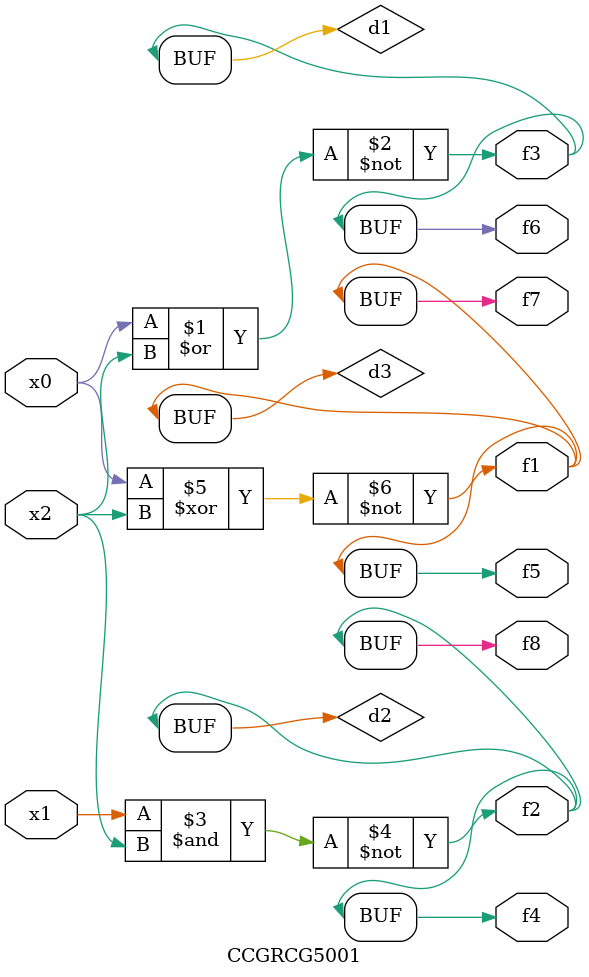
<source format=v>
module CCGRCG5001(
	input x0, x1, x2,
	output f1, f2, f3, f4, f5, f6, f7, f8
);

	wire d1, d2, d3;

	nor (d1, x0, x2);
	nand (d2, x1, x2);
	xnor (d3, x0, x2);
	assign f1 = d3;
	assign f2 = d2;
	assign f3 = d1;
	assign f4 = d2;
	assign f5 = d3;
	assign f6 = d1;
	assign f7 = d3;
	assign f8 = d2;
endmodule

</source>
